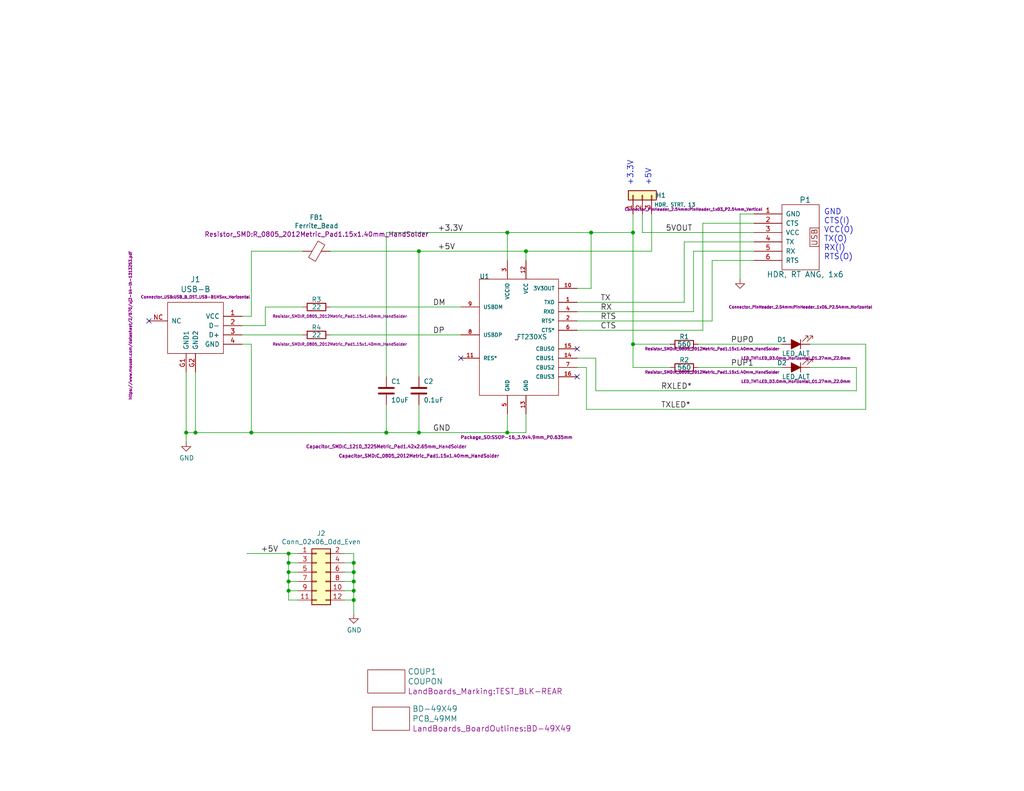
<source format=kicad_sch>
(kicad_sch (version 20211123) (generator eeschema)
  (paper "A")
  (title_block (title "FTDI USB-TTL Cable") (date "2020-07-12") (rev "2"))
  (lib_symbols
    (symbol "Connector_Generic:Conn_01x03" (pin_names (offset 1.016) hide)
      (property "Reference" "J" (at 0 5.08 0))
      (property "Value" "Conn_01x03" (at 0 -5.08 0))
      (symbol "Conn_01x03_1_1"
        (rectangle (start -1.27 -2.413) (end 0 -2.667) (stroke (width 0.1524)))
        (rectangle (start -1.27 0.127) (end 0 -0.127) (stroke (width 0.1524)))
        (rectangle (start -1.27 2.667) (end 0 2.413) (stroke (width 0.1524)))
        (rectangle (start -1.27 3.81) (end 1.27 -3.81) (stroke (width 0.254)) (fill (type background)))
        (pin passive line (at -5.08 2.54 0) (length 3.81) (name "Pin_1") (number "1"))
        (pin passive line (at -5.08 0 0) (length 3.81) (name "Pin_2") (number "2"))
        (pin passive line (at -5.08 -2.54 0) (length 3.81) (name "Pin_3") (number "3"))
      )
    )
    (symbol "Connector_Generic:Conn_02x06_Odd_Even" (pin_names (offset 1.016) hide)
      (property "Reference" "J" (at 1.27 7.62 0))
      (property "Value" "Conn_02x06_Odd_Even" (at 1.27 -10.16 0))
      (symbol "Conn_02x06_Odd_Even_1_1"
        (rectangle (start -1.27 -7.493) (end 0 -7.747) (stroke (width 0.1524)))
        (rectangle (start -1.27 -4.953) (end 0 -5.207) (stroke (width 0.1524)))
        (rectangle (start -1.27 -2.413) (end 0 -2.667) (stroke (width 0.1524)))
        (rectangle (start -1.27 0.127) (end 0 -0.127) (stroke (width 0.1524)))
        (rectangle (start -1.27 2.667) (end 0 2.413) (stroke (width 0.1524)))
        (rectangle (start -1.27 5.207) (end 0 4.953) (stroke (width 0.1524)))
        (rectangle (start -1.27 6.35) (end 3.81 -8.89) (stroke (width 0.254)) (fill (type background)))
        (rectangle (start 3.81 -7.493) (end 2.54 -7.747) (stroke (width 0.1524)))
        (rectangle (start 3.81 -4.953) (end 2.54 -5.207) (stroke (width 0.1524)))
        (rectangle (start 3.81 -2.413) (end 2.54 -2.667) (stroke (width 0.1524)))
        (rectangle (start 3.81 0.127) (end 2.54 -0.127) (stroke (width 0.1524)))
        (rectangle (start 3.81 2.667) (end 2.54 2.413) (stroke (width 0.1524)))
        (rectangle (start 3.81 5.207) (end 2.54 4.953) (stroke (width 0.1524)))
        (pin passive line (at -5.08 5.08 0) (length 3.81) (name "Pin_1") (number "1"))
        (pin passive line (at 7.62 -5.08 180) (length 3.81) (name "Pin_10") (number "10"))
        (pin passive line (at -5.08 -7.62 0) (length 3.81) (name "Pin_11") (number "11"))
        (pin passive line (at 7.62 -7.62 180) (length 3.81) (name "Pin_12") (number "12"))
        (pin passive line (at 7.62 5.08 180) (length 3.81) (name "Pin_2") (number "2"))
        (pin passive line (at -5.08 2.54 0) (length 3.81) (name "Pin_3") (number "3"))
        (pin passive line (at 7.62 2.54 180) (length 3.81) (name "Pin_4") (number "4"))
        (pin passive line (at -5.08 0 0) (length 3.81) (name "Pin_5") (number "5"))
        (pin passive line (at 7.62 0 180) (length 3.81) (name "Pin_6") (number "6"))
        (pin passive line (at -5.08 -2.54 0) (length 3.81) (name "Pin_7") (number "7"))
        (pin passive line (at 7.62 -2.54 180) (length 3.81) (name "Pin_8") (number "8"))
        (pin passive line (at -5.08 -5.08 0) (length 3.81) (name "Pin_9") (number "9"))
      )
    )
    (symbol "Device:C" (pin_numbers hide) (pin_names (offset 0.254))
      (property "Reference" "C" (at 0.635 2.54 0))
      (property "Value" "C" (at 0.635 -2.54 0))
      (symbol "C_0_1"
        (polyline (pts (xy -2.032 -0.762) (xy 2.032 -0.762)) (stroke (width 0.508)))
        (polyline (pts (xy -2.032 0.762) (xy 2.032 0.762)) (stroke (width 0.508)))
      )
      (symbol "C_1_1"
        (pin passive line (at 0 3.81 270) (length 2.794) (name "~") (number "1"))
        (pin passive line (at 0 -3.81 90) (length 2.794) (name "~") (number "2"))
      )
    )
    (symbol "Device:Ferrite_Bead" (pin_numbers hide) (pin_names (offset 0))
      (property "Reference" "FB" (at -3.81 0.635 90))
      (property "Value" "Device_Ferrite_Bead" (at 3.81 0 90))
      (symbol "Ferrite_Bead_0_1"
        (polyline (pts (xy 0 -1.27) (xy 0 -1.2192)))
        (polyline (pts (xy 0 1.27) (xy 0 1.2954)))
        (polyline (pts (xy -2.7686 0.4064) (xy -1.7018 2.2606) (xy 2.7686 -0.3048) (xy 1.6764 -2.159) (xy -2.7686 0.4064)))
      )
      (symbol "Ferrite_Bead_1_1"
        (pin passive line (at 0 3.81 270) (length 2.54) (name "~") (number "1"))
        (pin passive line (at 0 -3.81 90) (length 2.54) (name "~") (number "2"))
      )
    )
    (symbol "Device:LED_ALT" (pin_numbers hide) (pin_names (offset 1.016) hide)
      (property "Reference" "D" (at 0 2.54 0))
      (property "Value" "Device_LED_ALT" (at 0 -2.54 0))
      (symbol "LED_ALT_0_1"
        (polyline (pts (xy -1.27 -1.27) (xy -1.27 1.27)) (stroke (width 0.2032)))
        (polyline (pts (xy -1.27 0) (xy 1.27 0)))
        (polyline (pts (xy 1.27 -1.27) (xy 1.27 1.27) (xy -1.27 0) (xy 1.27 -1.27)) (stroke (width 0.2032)) (fill (type outline)))
        (polyline (pts (xy -3.048 -0.762) (xy -4.572 -2.286) (xy -3.81 -2.286) (xy -4.572 -2.286) (xy -4.572 -1.524)))
        (polyline (pts (xy -1.778 -0.762) (xy -3.302 -2.286) (xy -2.54 -2.286) (xy -3.302 -2.286) (xy -3.302 -1.524)))
      )
      (symbol "LED_ALT_1_1"
        (pin passive line (at -3.81 0 0) (length 2.54) (name "K") (number "1"))
        (pin passive line (at 3.81 0 180) (length 2.54) (name "A") (number "2"))
      )
    )
    (symbol "Device:R" (pin_numbers hide) (pin_names (offset 0))
      (property "Reference" "R" (at 2.032 0 90))
      (property "Value" "R" (at 0 0 90))
      (symbol "R_0_1"
        (rectangle (start -1.016 -2.54) (end 1.016 2.54) (stroke (width 0.254)))
      )
      (symbol "R_1_1"
        (pin passive line (at 0 3.81 270) (length 1.27) (name "~") (number "1"))
        (pin passive line (at 0 -3.81 90) (length 1.27) (name "~") (number "2"))
      )
    )
    (symbol "LandBoards:COUPON" (pin_names (offset 1.016))
      (property "Reference" "COUP?" (at 0 0 0))
      (property "Value" "COUPON" (at 0 0 0))
      (symbol "COUPON_0_1"
        (rectangle (start -5.08 0) (end 5.08 6.35))
      )
    )
    (symbol "LandBoards_Cards:FTDI" (pin_names (offset 1.016))
      (property "Reference" "BRD" (at 2.54 19.05 0))
      (property "Value" "LandBoards_Cards_FTDI" (at 2.54 -1.27 0))
      (symbol "FTDI_0_0"
        (rectangle (start -5.08 0) (end 5.08 17.78))
        (rectangle (start -5.08 11.43) (end -2.54 6.35))
        (text "USB" (at -3.81 8.89 900) (effects (font (size 1.524 1.524))))
      )
      (symbol "FTDI_1_1"
        (pin power_out line (at 12.7 15.24 180) (length 7.62) (name "GND") (number "1"))
        (pin input line (at 12.7 12.7 180) (length 7.62) (name "CTS") (number "2"))
        (pin power_out line (at 12.7 10.16 180) (length 7.62) (name "VCC") (number "3"))
        (pin output line (at 12.7 7.62 180) (length 7.62) (name "TX") (number "4"))
        (pin input line (at 12.7 5.08 180) (length 7.62) (name "RX") (number "5"))
        (pin output line (at 12.7 2.54 180) (length 7.62) (name "RTS") (number "6"))
      )
    )
    (symbol "LandBoards_Conns:COUPON" (pin_names (offset 1.016))
      (property "Reference" "COUP?" (at 0 0 0))
      (property "Value" "COUPON" (at 0 0 0))
      (symbol "COUPON_0_1"
        (rectangle (start -5.08 0) (end 5.08 6.35))
      )
    )
    (symbol "LandBoards_Conns:USB-B" (pin_names (offset 1.016))
      (property "Reference" "J" (at 2.54 19.05 0))
      (property "Value" "USB-B" (at 5.08 2.54 0))
      (symbol "USB-B_0_1"
        (rectangle (start -8.89 3.81) (end 6.35 17.78))
      )
      (symbol "USB-B_1_1"
        (pin power_out line (at 11.43 13.97 180) (length 5.08) (name "VCC") (number "1"))
        (pin bidirectional line (at 11.43 11.43 180) (length 5.08) (name "D-") (number "2"))
        (pin bidirectional line (at 11.43 8.89 180) (length 5.08) (name "D+") (number "3"))
        (pin power_out line (at 11.43 6.35 180) (length 5.08) (name "GND") (number "4"))
        (pin passive line (at -3.81 -1.27 90) (length 5.08) (name "GND1") (number "G1"))
        (pin passive line (at -1.27 -1.27 90) (length 5.08) (name "GND2") (number "G2"))
        (pin power_in line (at -13.97 12.7 0) (length 5.08) (name "NC") (number "NC"))
      )
    )
    (symbol "LandBoards_Semis:FT230XS" (pin_names (offset 1.016))
      (property "Reference" "IC" (at -10.16 16.51 0))
      (property "Value" "FT230XS" (at 0 0 0))
      (symbol "FT230XS_0_1"
        (rectangle (start -10.16 16.51) (end 11.43 -15.24))
      )
      (symbol "FT230XS_1_1"
        (pin output line (at 16.51 10.16 180) (length 5.08) (name "TXD") (number "1"))
        (pin output line (at 16.51 13.97 180) (length 5.08) (name "3V3OUT") (number "10"))
        (pin input line (at -15.24 -5.08 0) (length 5.08) (name "RES*") (number "11"))
        (pin power_in line (at 2.54 21.59 270) (length 5.08) (name "VCC") (number "12"))
        (pin power_in line (at 2.54 -20.32 90) (length 5.08) (name "GND") (number "13"))
        (pin bidirectional line (at 16.51 -5.08 180) (length 5.08) (name "CBUS1") (number "14"))
        (pin bidirectional line (at 16.51 -2.54 180) (length 5.08) (name "CBUS0") (number "15"))
        (pin bidirectional line (at 16.51 -10.16 180) (length 5.08) (name "CBUS3") (number "16"))
        (pin output line (at 16.51 5.08 180) (length 5.08) (name "RTS*") (number "2"))
        (pin power_in line (at -2.54 21.59 270) (length 5.08) (name "VCCIO") (number "3"))
        (pin input line (at 16.51 7.62 180) (length 5.08) (name "RXD") (number "4"))
        (pin power_in line (at -2.54 -20.32 90) (length 5.08) (name "GND") (number "5"))
        (pin input line (at 16.51 2.54 180) (length 5.08) (name "CTS*") (number "6"))
        (pin bidirectional line (at 16.51 -7.62 180) (length 5.08) (name "CBUS2") (number "7"))
        (pin bidirectional line (at -15.24 1.27 0) (length 5.08) (name "USBDP") (number "8"))
        (pin bidirectional line (at -15.24 8.89 0) (length 5.08) (name "USBDM") (number "9"))
      )
    )
    (symbol "power:GND" (power) (pin_names (offset 0))
      (property "Value" "GND" (at 0 -3.81 0))
      (symbol "GND_0_1"
        (polyline (pts (xy 0 0) (xy 0 -1.27) (xy 1.27 -1.27) (xy 0 -2.54) (xy -1.27 -1.27) (xy 0 -1.27)))
      )
      (symbol "GND_1_1"
        (pin power_in line (at 0 0 270) (length 0) hide (name "GND") (number "1"))
      )
    )
  )
  (junction (at 161.29 63.5))
  (junction (at 172.72 63.5))
  (junction (at 78.74 151.13))
  (junction (at 96.52 156.21))
  (junction (at 96.52 163.83))
  (junction (at 105.41 118.11))
  (junction (at 114.3 68.58))
  (junction (at 172.72 93.98))
  (junction (at 114.3 118.11))
  (junction (at 96.52 161.29))
  (junction (at 50.8 118.11))
  (junction (at 78.74 156.21))
  (junction (at 96.52 153.67))
  (junction (at 53.34 118.11))
  (junction (at 143.51 68.58))
  (junction (at 68.58 118.11))
  (junction (at 78.74 161.29))
  (junction (at 96.52 158.75))
  (junction (at 78.74 158.75))
  (junction (at 138.43 118.11))
  (junction (at 138.43 63.5))
  (junction (at 78.74 153.67))
  (no_connect (at 157.48 95.25))
  (no_connect (at 157.48 102.87))
  (no_connect (at 40.64 87.63))
  (no_connect (at 125.73 97.79))
  (wire (pts (xy 68.58 118.11) (xy 68.58 93.98)))
  (wire (pts (xy 82.55 68.58) (xy 68.58 68.58)))
  (wire (pts (xy 190.5 93.98) (xy 213.36 93.98)))
  (wire (pts (xy 114.3 118.11) (xy 138.43 118.11)))
  (wire (pts (xy 138.43 118.11) (xy 138.43 113.03)))
  (wire (pts (xy 96.52 158.75) (xy 96.52 161.29)))
  (wire (pts (xy 78.74 156.21) (xy 78.74 153.67)))
  (wire (pts (xy 96.52 151.13) (xy 96.52 153.67)))
  (wire (pts (xy 138.43 71.12) (xy 138.43 63.5)))
  (wire (pts (xy 93.98 156.21) (xy 96.52 156.21)))
  (wire (pts (xy 172.72 93.98) (xy 172.72 100.33)))
  (wire (pts (xy 172.72 63.5) (xy 172.72 58.42)))
  (wire (pts (xy 161.29 78.74) (xy 161.29 63.5)))
  (wire (pts (xy 190.5 100.33) (xy 213.36 100.33)))
  (wire (pts (xy 220.98 93.98) (xy 236.22 93.98)))
  (wire (pts (xy 160.02 111.76) (xy 236.22 111.76)))
  (wire (pts (xy 191.77 60.96) (xy 191.77 90.17)))
  (wire (pts (xy 105.41 118.11) (xy 114.3 118.11)))
  (wire (pts (xy 189.23 68.58) (xy 189.23 85.09)))
  (wire (pts (xy 186.69 66.04) (xy 205.74 66.04)))
  (wire (pts (xy 172.72 63.5) (xy 172.72 93.98)))
  (wire (pts (xy 93.98 163.83) (xy 96.52 163.83)))
  (wire (pts (xy 162.56 106.68) (xy 233.68 106.68)))
  (wire (pts (xy 50.8 118.11) (xy 50.8 120.65)))
  (wire (pts (xy 205.74 60.96) (xy 191.77 60.96)))
  (wire (pts (xy 114.3 68.58) (xy 143.51 68.58)))
  (wire (pts (xy 233.68 100.33) (xy 233.68 106.68)))
  (wire (pts (xy 72.39 83.82) (xy 72.39 88.9)))
  (wire (pts (xy 50.8 118.11) (xy 53.34 118.11)))
  (wire (pts (xy 78.74 153.67) (xy 78.74 151.13)))
  (wire (pts (xy 172.72 93.98) (xy 182.88 93.98)))
  (wire (pts (xy 157.48 82.55) (xy 186.69 82.55)))
  (wire (pts (xy 96.52 163.83) (xy 96.52 167.64)))
  (wire (pts (xy 201.93 58.42) (xy 205.74 58.42)))
  (wire (pts (xy 93.98 158.75) (xy 96.52 158.75)))
  (wire (pts (xy 90.17 83.82) (xy 125.73 83.82)))
  (wire (pts (xy 194.31 87.63) (xy 157.48 87.63)))
  (wire (pts (xy 81.28 163.83) (xy 78.74 163.83)))
  (wire (pts (xy 194.31 71.12) (xy 205.74 71.12)))
  (wire (pts (xy 66.04 91.44) (xy 82.55 91.44)))
  (wire (pts (xy 114.3 118.11) (xy 114.3 110.49)))
  (wire (pts (xy 78.74 158.75) (xy 78.74 156.21)))
  (wire (pts (xy 201.93 76.2) (xy 201.93 58.42)))
  (wire (pts (xy 138.43 118.11) (xy 143.51 118.11)))
  (wire (pts (xy 114.3 68.58) (xy 90.17 68.58)))
  (wire (pts (xy 96.52 153.67) (xy 96.52 156.21)))
  (wire (pts (xy 105.41 63.5) (xy 138.43 63.5)))
  (wire (pts (xy 81.28 151.13) (xy 78.74 151.13)))
  (wire (pts (xy 138.43 63.5) (xy 161.29 63.5)))
  (wire (pts (xy 236.22 93.98) (xy 236.22 111.76)))
  (wire (pts (xy 161.29 63.5) (xy 172.72 63.5)))
  (wire (pts (xy 78.74 151.13) (xy 67.31 151.13)))
  (wire (pts (xy 68.58 93.98) (xy 66.04 93.98)))
  (wire (pts (xy 162.56 97.79) (xy 162.56 106.68)))
  (wire (pts (xy 93.98 153.67) (xy 96.52 153.67)))
  (wire (pts (xy 189.23 85.09) (xy 157.48 85.09)))
  (wire (pts (xy 160.02 100.33) (xy 157.48 100.33)))
  (wire (pts (xy 177.8 58.42) (xy 177.8 68.58)))
  (wire (pts (xy 78.74 161.29) (xy 78.74 158.75)))
  (wire (pts (xy 143.51 68.58) (xy 177.8 68.58)))
  (wire (pts (xy 143.51 118.11) (xy 143.51 113.03)))
  (wire (pts (xy 205.74 68.58) (xy 189.23 68.58)))
  (wire (pts (xy 78.74 163.83) (xy 78.74 161.29)))
  (wire (pts (xy 105.41 118.11) (xy 105.41 110.49)))
  (wire (pts (xy 81.28 153.67) (xy 78.74 153.67)))
  (wire (pts (xy 81.28 156.21) (xy 78.74 156.21)))
  (wire (pts (xy 220.98 100.33) (xy 233.68 100.33)))
  (wire (pts (xy 191.77 90.17) (xy 157.48 90.17)))
  (wire (pts (xy 96.52 161.29) (xy 96.52 163.83)))
  (wire (pts (xy 68.58 118.11) (xy 105.41 118.11)))
  (wire (pts (xy 160.02 111.76) (xy 160.02 100.33)))
  (wire (pts (xy 172.72 100.33) (xy 182.88 100.33)))
  (wire (pts (xy 66.04 86.36) (xy 68.58 86.36)))
  (wire (pts (xy 105.41 102.87) (xy 105.41 63.5)))
  (wire (pts (xy 96.52 156.21) (xy 96.52 158.75)))
  (wire (pts (xy 53.34 118.11) (xy 68.58 118.11)))
  (wire (pts (xy 93.98 161.29) (xy 96.52 161.29)))
  (wire (pts (xy 50.8 101.6) (xy 50.8 118.11)))
  (wire (pts (xy 72.39 83.82) (xy 82.55 83.82)))
  (wire (pts (xy 72.39 88.9) (xy 66.04 88.9)))
  (wire (pts (xy 81.28 158.75) (xy 78.74 158.75)))
  (wire (pts (xy 125.73 91.44) (xy 90.17 91.44)))
  (wire (pts (xy 194.31 71.12) (xy 194.31 87.63)))
  (wire (pts (xy 53.34 101.6) (xy 53.34 118.11)))
  (wire (pts (xy 81.28 161.29) (xy 78.74 161.29)))
  (wire (pts (xy 186.69 82.55) (xy 186.69 66.04)))
  (wire (pts (xy 143.51 68.58) (xy 143.51 71.12)))
  (wire (pts (xy 114.3 102.87) (xy 114.3 68.58)))
  (wire (pts (xy 157.48 97.79) (xy 162.56 97.79)))
  (wire (pts (xy 175.26 63.5) (xy 205.74 63.5)))
  (wire (pts (xy 175.26 58.42) (xy 175.26 63.5)))
  (wire (pts (xy 93.98 151.13) (xy 96.52 151.13)))
  (wire (pts (xy 157.48 78.74) (xy 161.29 78.74)))
  (wire (pts (xy 68.58 86.36) (xy 68.58 68.58)))
  (text "GND\nCTS(I)\nVCC(O)\nTX(O)\nRX(I)\nRTS(O)" (at 224.79 71.12 0) (effects (font (size 1.524 1.524)) (justify left bottom)))
  (text "+3.3V\n\n+5V" (at 177.8 50.8 90) (effects (font (size 1.524 1.524)) (justify left bottom)))
  (label "+5V" (at 119.38 68.58 0) (effects (font (size 1.524 1.524))))
  (label "GND" (at 118.11 118.11 0) (effects (font (size 1.524 1.524))))
  (label "PUP0" (at 199.39 93.98 0) (effects (font (size 1.524 1.524))))
  (label "CTS" (at 163.83 90.17 0) (effects (font (size 1.524 1.524))))
  (label "RXLED*" (at 180.34 106.68 0) (effects (font (size 1.524 1.524))))
  (label "DM" (at 118.11 83.82 0) (effects (font (size 1.524 1.524))))
  (label "RX" (at 163.83 85.09 0) (effects (font (size 1.524 1.524))))
  (label "DP" (at 118.11 91.44 0) (effects (font (size 1.524 1.524))))
  (label "+5V" (at 71.12 151.13 0) (effects (font (size 1.524 1.524))))
  (label "RTS" (at 163.83 87.63 0) (effects (font (size 1.524 1.524))))
  (label "TX" (at 163.83 82.55 0) (effects (font (size 1.524 1.524))))
  (label "PUP1" (at 199.39 100.33 0) (effects (font (size 1.524 1.524))))
  (label "TXLED*" (at 180.34 111.76 0) (effects (font (size 1.524 1.524))))
  (label "5VOUT" (at 181.61 63.5 0) (effects (font (size 1.524 1.524))))
  (label "+3.3V" (at 119.38 63.5 0) (effects (font (size 1.524 1.524))))
  (symbol (lib_id "Device:C") (at 105.41 106.68 0) (unit 1)
    (property "Reference" "C1" (at 106.68 104.14 0) (effects (justify left)))
    (property "Value" "10uF" (at 106.68 109.22 0) (effects (justify left)))
    (property "Footprint" "Capacitor_SMD:C_1210_3225Metric_Pad1.42x2.65mm_HandSolder" (at 105.41 121.92 0) (effects (font (size 0.889 0.889))))
    (property "Mfg" "Yaego" (effects hide))
    (property "MfgPN" "CC121ZKY5V8BB106" (effects hide))
    (property "Vendor" "Mouser" (effects hide))
    (property "VendorPN" "603-CC121ZKY5V8BB106" (effects hide))
  )
  (symbol (lib_id "LandBoards_Cards:FTDI") (at 218.44 73.66 0) (mirror y) (unit 1)
    (property "Reference" "P1" (at 219.71 54.61 0) (effects (font (size 1.524 1.524))))
    (property "Value" "HDR, RT ANG, 1x6" (at 219.71 74.93 0) (effects (font (size 1.524 1.524))))
    (property "Footprint" "Connector_PinHeader_2.54mm:PinHeader_1x06_P2.54mm_Horizontal" (at 218.44 83.82 0) (effects (font (size 0.762 0.762))))
    (property "Mfg" "FCI" (effects hide))
    (property "MfgPN" "68002-106HLF" (effects hide))
    (property "Vendor" "Mouser" (effects hide))
    (property "VendorPN" "649-68002-106HLF" (effects hide))
  )
  (symbol (lib_id "power:GND") (at 201.93 76.2 0) (unit 1)
    (property "Reference" "#PWR01" (effects hide))
    (property "Value" "GND" (effects hide))
  )
  (symbol (lib_id "Connector_Generic:Conn_01x03") (at 175.26 53.34 90) (unit 1)
    (property "Reference" "H1" (at 180.34 53.34 90))
    (property "Value" "HDR, STRT, 13" (at 184.15 55.88 90) (effects (font (size 1.016 1.016))))
    (property "Footprint" "Connector_PinHeader_2.54mm:PinHeader_1x03_P2.54mm_Vertical" (at 189.23 57.15 90) (effects (font (size 0.762 0.762))))
    (property "Mfg" "FCI" (effects hide))
    (property "MfgPN" "68002-103HLF" (effects hide))
    (property "Vendor" "Mouser" (effects hide))
    (property "VendorPN" "649-68002-103HLF" (effects hide))
  )
  (symbol (lib_id "Device:C") (at 114.3 106.68 0) (unit 1)
    (property "Reference" "C2" (at 115.57 104.14 0) (effects (justify left)))
    (property "Value" "0.1uF" (at 115.57 109.22 0) (effects (justify left)))
    (property "Footprint" "Capacitor_SMD:C_0805_2012Metric_Pad1.15x1.40mm_HandSolder" (at 114.3 124.46 0) (effects (font (size 0.889 0.889))))
    (property "Mfg" "Murata" (effects hide))
    (property "MfgPN" "GRM155F51E104ZA1J " (effects hide))
    (property "Vendor" "Mouser" (effects hide))
    (property "VendorPN" "81-GRM155F51E104ZA1J " (effects hide))
  )
  (symbol (lib_id "Device:R") (at 186.69 93.98 90) (unit 1)
    (property "Reference" "R1" (at 186.69 91.948 90))
    (property "Value" "560" (at 186.69 93.98 90))
    (property "Footprint" "Resistor_SMD:R_0805_2012Metric_Pad1.15x1.40mm_HandSolder" (at 194.31 95.25 90) (effects (font (size 0.762 0.762))))
    (property "Mfg" "TE" (effects hide))
    (property "MfgPN" "CRG0805F270R" (effects hide))
    (property "Vendor" "Mouser" (effects hide))
    (property "VendorPN" "279-CRG0805F270R" (effects hide))
  )
  (symbol (lib_id "Device:R") (at 186.69 100.33 90) (unit 1)
    (property "Reference" "R2" (at 186.69 98.298 90))
    (property "Value" "560" (at 186.69 100.33 90))
    (property "Footprint" "Resistor_SMD:R_0805_2012Metric_Pad1.15x1.40mm_HandSolder" (at 194.31 101.6 90) (effects (font (size 0.762 0.762))))
  )
  (symbol (lib_id "LandBoards_Semis:FT230XS") (at 140.97 92.71 0) (unit 1)
    (property "Reference" "U1" (at 130.81 76.2 0) (effects (justify left bottom)))
    (property "Value" "FT230XS" (at 140.97 92.71 0) (effects (justify left bottom)))
    (property "Footprint" "Package_SO:SSOP-16_3.9x4.9mm_P0.635mm" (at 140.97 119.38 0) (effects (font (size 0.889 0.889))))
    (property "Datasheet" "~" (at 140.97 92.71 0) (effects (font (size 1.524 1.524))))
  )
  (symbol (lib_id "LandBoards_Conns:USB-B") (at 54.61 100.33 0) (unit 1)
    (property "Reference" "J1" (at 53.34 76.2762 0) (effects (font (size 1.524 1.524))))
    (property "Value" "USB-B" (at 53.34 78.9686 0) (effects (font (size 1.524 1.524))))
    (property "Footprint" "Connector_USB:USB_B_OST_USB-B1HSxx_Horizontal" (at 53.34 81.0768 0) (effects (font (size 0.762 0.762))))
    (property "Datasheet" "https://www.mouser.com/datasheet/2/670/uj2-bh-th-1313253.pdf" (at 35.56 88.9 90) (effects (font (size 0.762 0.762))))
  )
  (symbol (lib_id "Device:LED_ALT") (at 217.17 93.98 180) (unit 1)
    (property "Reference" "D1" (at 213.36 92.71 0))
    (property "Value" "LED_ALT" (at 217.17 96.52 0))
    (property "Footprint" "LED_THT:LED_D3.0mm_Horizontal_O1.27mm_Z2.0mm" (at 217.17 97.79 0) (effects (font (size 0.762 0.762))))
  )
  (symbol (lib_id "Device:LED_ALT") (at 217.17 100.33 180) (unit 1)
    (property "Reference" "D2" (at 213.36 99.06 0))
    (property "Value" "LED_ALT" (at 217.17 102.87 0))
    (property "Footprint" "LED_THT:LED_D3.0mm_Horizontal_O1.27mm_Z2.0mm" (at 217.17 104.14 0) (effects (font (size 0.762 0.762))))
  )
  (symbol (lib_id "LandBoards_Conns:COUPON") (at 106.68 199.39 0) (unit 1)
    (property "Reference" "BD-49X49" (at 112.4712 193.5226 0) (effects (font (size 1.524 1.524)) (justify left)))
    (property "Value" "PCB_49MM" (at 112.4712 196.215 0) (effects (font (size 1.524 1.524)) (justify left)))
    (property "Footprint" "LandBoards_BoardOutlines:BD-49X49" (at 112.4712 198.9074 0) (effects (font (size 1.524 1.524)) (justify left)))
  )
  (symbol (lib_id "Device:R") (at 86.36 83.82 90) (unit 1)
    (property "Reference" "R3" (at 86.36 81.788 90))
    (property "Value" "22" (at 86.36 83.82 90))
    (property "Footprint" "Resistor_SMD:R_0805_2012Metric_Pad1.15x1.40mm_HandSolder" (at 92.71 86.36 90) (effects (font (size 0.762 0.762))))
  )
  (symbol (lib_id "Device:R") (at 86.36 91.44 90) (unit 1)
    (property "Reference" "R4" (at 86.36 89.408 90))
    (property "Value" "22" (at 86.36 91.44 90))
    (property "Footprint" "Resistor_SMD:R_0805_2012Metric_Pad1.15x1.40mm_HandSolder" (at 92.71 93.98 90) (effects (font (size 0.762 0.762))))
  )
  (symbol (lib_id "Connector_Generic:Conn_02x06_Odd_Even") (at 86.36 156.21 0) (unit 1)
    (property "Reference" "J2" (at 87.63 145.6182 0))
    (property "Value" "Conn_02x06_Odd_Even" (at 87.63 147.9296 0))
    (property "Footprint" "Connector_PinHeader_2.54mm:PinHeader_2x06_P2.54mm_Horizontal" (effects hide))
  )
  (symbol (lib_id "power:GND") (at 50.8 120.65 0) (unit 1)
    (property "Reference" "#PWR0101" (effects hide))
    (property "Value" "GND" (at 50.927 125.0442 0))
  )
  (symbol (lib_id "power:GND") (at 96.52 167.64 0) (unit 1)
    (property "Reference" "#PWR0102" (effects hide))
    (property "Value" "GND" (at 96.647 172.0342 0))
  )
  (symbol (lib_id "Device:Ferrite_Bead") (at 86.36 68.58 270) (unit 1)
    (property "Reference" "FB1" (at 86.36 59.3344 90))
    (property "Value" "Ferrite_Bead" (at 86.36 61.6458 90))
    (property "Footprint" "Resistor_SMD:R_0805_2012Metric_Pad1.15x1.40mm_HandSolder" (at 86.36 63.9572 90))
  )
  (symbol (lib_id "LandBoards:COUPON") (at 105.41 189.23 0) (unit 1)
    (property "Reference" "COUP1" (at 111.2012 183.3626 0) (effects (font (size 1.524 1.524)) (justify left)))
    (property "Value" "COUPON" (at 111.2012 186.055 0) (effects (font (size 1.524 1.524)) (justify left)))
    (property "Footprint" "LandBoards_Marking:TEST_BLK-REAR" (at 111.2012 188.7474 0) (effects (font (size 1.524 1.524)) (justify left)))
  )
)
</source>
